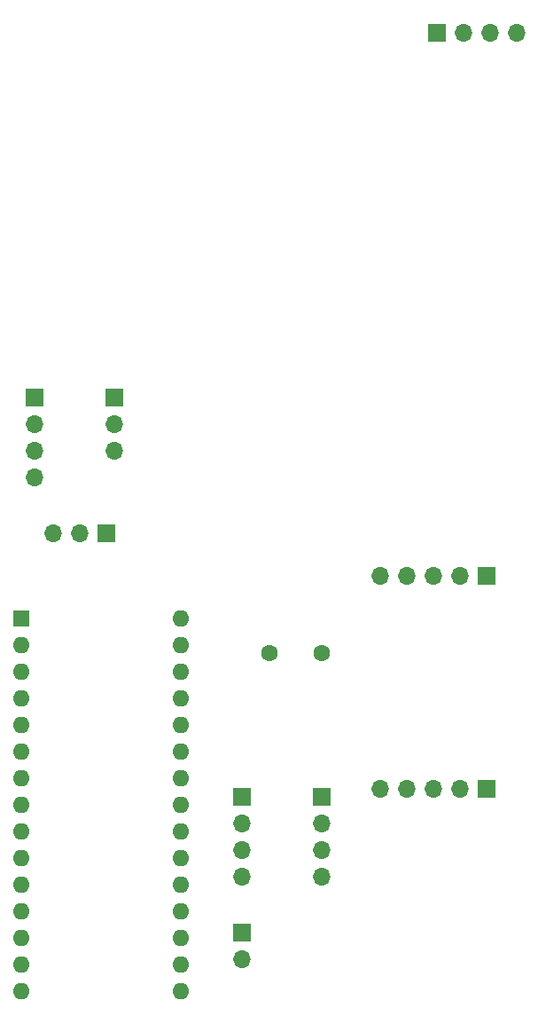
<source format=gbs>
G04 #@! TF.GenerationSoftware,KiCad,Pcbnew,7.0.7*
G04 #@! TF.CreationDate,2024-01-04T23:51:07+01:00*
G04 #@! TF.ProjectId,ExternalPCB,45787465-726e-4616-9c50-43422e6b6963,A*
G04 #@! TF.SameCoordinates,Original*
G04 #@! TF.FileFunction,Soldermask,Bot*
G04 #@! TF.FilePolarity,Negative*
%FSLAX46Y46*%
G04 Gerber Fmt 4.6, Leading zero omitted, Abs format (unit mm)*
G04 Created by KiCad (PCBNEW 7.0.7) date 2024-01-04 23:51:07*
%MOMM*%
%LPD*%
G01*
G04 APERTURE LIST*
%ADD10R,1.700000X1.700000*%
%ADD11O,1.700000X1.700000*%
%ADD12R,1.600000X1.600000*%
%ADD13O,1.600000X1.600000*%
%ADD14C,1.600000*%
G04 APERTURE END LIST*
D10*
X91186000Y-51816000D03*
D11*
X93726000Y-51816000D03*
X96266000Y-51816000D03*
X98806000Y-51816000D03*
D10*
X52752000Y-86614000D03*
D11*
X52752000Y-89154000D03*
X52752000Y-91694000D03*
X52752000Y-94234000D03*
D10*
X80184000Y-124714000D03*
D11*
X80184000Y-127254000D03*
X80184000Y-129794000D03*
X80184000Y-132334000D03*
D10*
X72564000Y-124714000D03*
D11*
X72564000Y-127254000D03*
X72564000Y-129794000D03*
X72564000Y-132334000D03*
D12*
X51456600Y-107670600D03*
D13*
X51456600Y-110210600D03*
X51456600Y-112750600D03*
X51456600Y-115290600D03*
X51456600Y-117830600D03*
X51456600Y-120370600D03*
X51456600Y-122910600D03*
X51456600Y-125450600D03*
X51456600Y-127990600D03*
X51456600Y-130530600D03*
X51456600Y-133070600D03*
X51456600Y-135610600D03*
X51456600Y-138150600D03*
X51456600Y-140690600D03*
X51456600Y-143230600D03*
X66696600Y-143230600D03*
X66696600Y-140690600D03*
X66696600Y-138150600D03*
X66696600Y-135610600D03*
X66696600Y-133070600D03*
X66696600Y-130530600D03*
X66696600Y-127990600D03*
X66696600Y-125450600D03*
X66696600Y-122910600D03*
X66696600Y-120370600D03*
X66696600Y-117830600D03*
X66696600Y-115290600D03*
X66696600Y-112750600D03*
X66696600Y-110210600D03*
X66696600Y-107670600D03*
D10*
X59595000Y-99568000D03*
D11*
X57055000Y-99568000D03*
X54515000Y-99568000D03*
D10*
X95927000Y-103632000D03*
D11*
X93387000Y-103632000D03*
X90847000Y-103632000D03*
X88307000Y-103632000D03*
X85767000Y-103632000D03*
D10*
X60372000Y-86614000D03*
D11*
X60372000Y-89154000D03*
X60372000Y-91694000D03*
D10*
X95932000Y-123952000D03*
D11*
X93392000Y-123952000D03*
X90852000Y-123952000D03*
X88312000Y-123952000D03*
X85772000Y-123952000D03*
D14*
X80184000Y-110998000D03*
X75184000Y-110998000D03*
D10*
X72564000Y-137668000D03*
D11*
X72564000Y-140208000D03*
M02*

</source>
